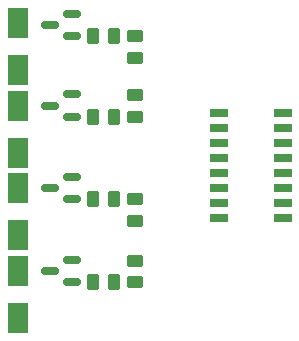
<source format=gtp>
G04 #@! TF.GenerationSoftware,KiCad,Pcbnew,(6.0.2)*
G04 #@! TF.CreationDate,2022-07-27T14:51:58+02:00*
G04 #@! TF.ProjectId,Multiplex_MOSFET,4d756c74-6970-46c6-9578-5f4d4f534645,rev?*
G04 #@! TF.SameCoordinates,Original*
G04 #@! TF.FileFunction,Paste,Top*
G04 #@! TF.FilePolarity,Positive*
%FSLAX46Y46*%
G04 Gerber Fmt 4.6, Leading zero omitted, Abs format (unit mm)*
G04 Created by KiCad (PCBNEW (6.0.2)) date 2022-07-27 14:51:58*
%MOMM*%
%LPD*%
G01*
G04 APERTURE LIST*
G04 Aperture macros list*
%AMRoundRect*
0 Rectangle with rounded corners*
0 $1 Rounding radius*
0 $2 $3 $4 $5 $6 $7 $8 $9 X,Y pos of 4 corners*
0 Add a 4 corners polygon primitive as box body*
4,1,4,$2,$3,$4,$5,$6,$7,$8,$9,$2,$3,0*
0 Add four circle primitives for the rounded corners*
1,1,$1+$1,$2,$3*
1,1,$1+$1,$4,$5*
1,1,$1+$1,$6,$7*
1,1,$1+$1,$8,$9*
0 Add four rect primitives between the rounded corners*
20,1,$1+$1,$2,$3,$4,$5,0*
20,1,$1+$1,$4,$5,$6,$7,0*
20,1,$1+$1,$6,$7,$8,$9,0*
20,1,$1+$1,$8,$9,$2,$3,0*%
G04 Aperture macros list end*
%ADD10RoundRect,0.250000X-0.450000X0.262500X-0.450000X-0.262500X0.450000X-0.262500X0.450000X0.262500X0*%
%ADD11RoundRect,0.250000X0.450000X-0.262500X0.450000X0.262500X-0.450000X0.262500X-0.450000X-0.262500X0*%
%ADD12RoundRect,0.250000X0.262500X0.450000X-0.262500X0.450000X-0.262500X-0.450000X0.262500X-0.450000X0*%
%ADD13RoundRect,0.250000X-0.262500X-0.450000X0.262500X-0.450000X0.262500X0.450000X-0.262500X0.450000X0*%
%ADD14RoundRect,0.150000X0.587500X0.150000X-0.587500X0.150000X-0.587500X-0.150000X0.587500X-0.150000X0*%
%ADD15R,1.550000X0.700000*%
%ADD16R,1.800000X2.500000*%
G04 APERTURE END LIST*
D10*
X60300000Y-112427500D03*
X60300000Y-114252500D03*
D11*
X60300000Y-109072500D03*
X60300000Y-107247500D03*
D10*
X60300000Y-98427500D03*
X60300000Y-100252500D03*
D11*
X60300000Y-95272500D03*
X60300000Y-93447500D03*
D12*
X58582500Y-114250000D03*
X56757500Y-114250000D03*
D13*
X56757500Y-107250000D03*
X58582500Y-107250000D03*
X56757500Y-100250000D03*
X58582500Y-100250000D03*
D12*
X58582500Y-93450000D03*
X56757500Y-93450000D03*
D14*
X55007500Y-114250000D03*
X55007500Y-112350000D03*
X53132500Y-113300000D03*
X55007500Y-107250000D03*
X55007500Y-105350000D03*
X53132500Y-106300000D03*
X55007500Y-100250000D03*
X55007500Y-98350000D03*
X53132500Y-99300000D03*
X55007500Y-93450000D03*
X55007500Y-91550000D03*
X53132500Y-92500000D03*
D15*
X67435000Y-99915000D03*
X67435000Y-101185000D03*
X67435000Y-102455000D03*
X67435000Y-103725000D03*
X67435000Y-104995000D03*
X67435000Y-106265000D03*
X67435000Y-107535000D03*
X67435000Y-108805000D03*
X72885000Y-108805000D03*
X72885000Y-107535000D03*
X72885000Y-106265000D03*
X72885000Y-104995000D03*
X72885000Y-103725000D03*
X72885000Y-102455000D03*
X72885000Y-101185000D03*
X72885000Y-99915000D03*
D16*
X50400000Y-106300000D03*
X50400000Y-110300000D03*
X50400000Y-99300000D03*
X50400000Y-103300000D03*
X50400000Y-92300000D03*
X50400000Y-96300000D03*
X50400000Y-113300000D03*
X50400000Y-117300000D03*
M02*

</source>
